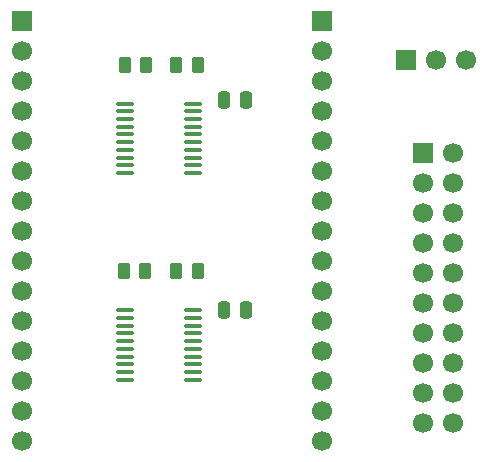
<source format=gbr>
%TF.GenerationSoftware,KiCad,Pcbnew,9.0.3-9.0.3-0~ubuntu24.04.1*%
%TF.CreationDate,2025-07-14T18:48:31-05:00*%
%TF.ProjectId,ESP32_LogicAnalyzer,45535033-325f-44c6-9f67-6963416e616c,rev?*%
%TF.SameCoordinates,Original*%
%TF.FileFunction,Soldermask,Top*%
%TF.FilePolarity,Negative*%
%FSLAX46Y46*%
G04 Gerber Fmt 4.6, Leading zero omitted, Abs format (unit mm)*
G04 Created by KiCad (PCBNEW 9.0.3-9.0.3-0~ubuntu24.04.1) date 2025-07-14 18:48:31*
%MOMM*%
%LPD*%
G01*
G04 APERTURE LIST*
G04 Aperture macros list*
%AMRoundRect*
0 Rectangle with rounded corners*
0 $1 Rounding radius*
0 $2 $3 $4 $5 $6 $7 $8 $9 X,Y pos of 4 corners*
0 Add a 4 corners polygon primitive as box body*
4,1,4,$2,$3,$4,$5,$6,$7,$8,$9,$2,$3,0*
0 Add four circle primitives for the rounded corners*
1,1,$1+$1,$2,$3*
1,1,$1+$1,$4,$5*
1,1,$1+$1,$6,$7*
1,1,$1+$1,$8,$9*
0 Add four rect primitives between the rounded corners*
20,1,$1+$1,$2,$3,$4,$5,0*
20,1,$1+$1,$4,$5,$6,$7,0*
20,1,$1+$1,$6,$7,$8,$9,0*
20,1,$1+$1,$8,$9,$2,$3,0*%
G04 Aperture macros list end*
%ADD10RoundRect,0.250000X0.262500X0.450000X-0.262500X0.450000X-0.262500X-0.450000X0.262500X-0.450000X0*%
%ADD11R,1.700000X1.700000*%
%ADD12C,1.700000*%
%ADD13RoundRect,0.100000X-0.637500X-0.100000X0.637500X-0.100000X0.637500X0.100000X-0.637500X0.100000X0*%
%ADD14RoundRect,0.250000X0.250000X0.475000X-0.250000X0.475000X-0.250000X-0.475000X0.250000X-0.475000X0*%
%ADD15RoundRect,0.250000X-0.262500X-0.450000X0.262500X-0.450000X0.262500X0.450000X-0.262500X0.450000X0*%
G04 APERTURE END LIST*
D10*
%TO.C,R2*%
X145066500Y-100669800D03*
X146891500Y-100669800D03*
%TD*%
D11*
%TO.C,J5*%
X164483000Y-82724900D03*
D12*
X167023000Y-82724900D03*
X169563000Y-82724900D03*
%TD*%
D10*
%TO.C,R4*%
X140616500Y-100669800D03*
X142441500Y-100669800D03*
%TD*%
D13*
%TO.C,U1*%
X146479000Y-103969800D03*
X146479000Y-104619800D03*
X146479000Y-105269800D03*
X146479000Y-105919800D03*
X146479000Y-106569800D03*
X146479000Y-107219800D03*
X146479000Y-107869800D03*
X146479000Y-108519800D03*
X146479000Y-109169800D03*
X146479000Y-109819800D03*
X140754000Y-109819800D03*
X140754000Y-109169800D03*
X140754000Y-108519800D03*
X140754000Y-107869800D03*
X140754000Y-107219800D03*
X140754000Y-106569800D03*
X140754000Y-105919800D03*
X140754000Y-105269800D03*
X140754000Y-104619800D03*
X140754000Y-103969800D03*
%TD*%
D12*
%TO.C,J1*%
X131979000Y-115017600D03*
X131979000Y-112477600D03*
X131979000Y-109937600D03*
X131979000Y-107397600D03*
X131979000Y-104857600D03*
X131979000Y-102317600D03*
X131979000Y-99777600D03*
X131979000Y-97237600D03*
X131979000Y-94697600D03*
X131979000Y-92157600D03*
X131979000Y-89617600D03*
X131979000Y-87077600D03*
X131979000Y-84537600D03*
X131979000Y-81997600D03*
D11*
X131979000Y-79457600D03*
%TD*%
D14*
%TO.C,C1*%
X149079000Y-103894800D03*
X150979000Y-103894800D03*
%TD*%
D15*
%TO.C,R1*%
X142529000Y-83169800D03*
X140704000Y-83169800D03*
%TD*%
D13*
%TO.C,U2*%
X146479000Y-86469800D03*
X146479000Y-87119800D03*
X146479000Y-87769800D03*
X146479000Y-88419800D03*
X146479000Y-89069800D03*
X146479000Y-89719800D03*
X146479000Y-90369800D03*
X146479000Y-91019800D03*
X146479000Y-91669800D03*
X146479000Y-92319800D03*
X140754000Y-92319800D03*
X140754000Y-91669800D03*
X140754000Y-91019800D03*
X140754000Y-90369800D03*
X140754000Y-89719800D03*
X140754000Y-89069800D03*
X140754000Y-88419800D03*
X140754000Y-87769800D03*
X140754000Y-87119800D03*
X140754000Y-86469800D03*
%TD*%
D15*
%TO.C,R3*%
X146891500Y-83169800D03*
X145066500Y-83169800D03*
%TD*%
D11*
%TO.C,J6*%
X165973000Y-90616000D03*
D12*
X168513000Y-90616000D03*
X165973000Y-93156000D03*
X168513000Y-93156000D03*
X165973000Y-95696000D03*
X168513000Y-95696000D03*
X165973000Y-98236000D03*
X168513000Y-98236000D03*
X165973000Y-100776000D03*
X168513000Y-100776000D03*
X165973000Y-103316000D03*
X168513000Y-103316000D03*
X165973000Y-105856000D03*
X168513000Y-105856000D03*
X165973000Y-108396000D03*
X168513000Y-108396000D03*
X165973000Y-110936000D03*
X168513000Y-110936000D03*
X165973000Y-113476000D03*
X168513000Y-113476000D03*
%TD*%
%TO.C,J2*%
X157379000Y-115017600D03*
X157379000Y-112477600D03*
X157379000Y-109937600D03*
X157379000Y-107397600D03*
X157379000Y-104857600D03*
X157379000Y-102317600D03*
X157379000Y-99777600D03*
X157379000Y-97237600D03*
X157379000Y-94697600D03*
X157379000Y-92157600D03*
X157379000Y-89617600D03*
X157379000Y-87077600D03*
X157379000Y-84537600D03*
X157379000Y-81997600D03*
D11*
X157379000Y-79457600D03*
%TD*%
D14*
%TO.C,C2*%
X149079000Y-86169800D03*
X150979000Y-86169800D03*
%TD*%
M02*

</source>
